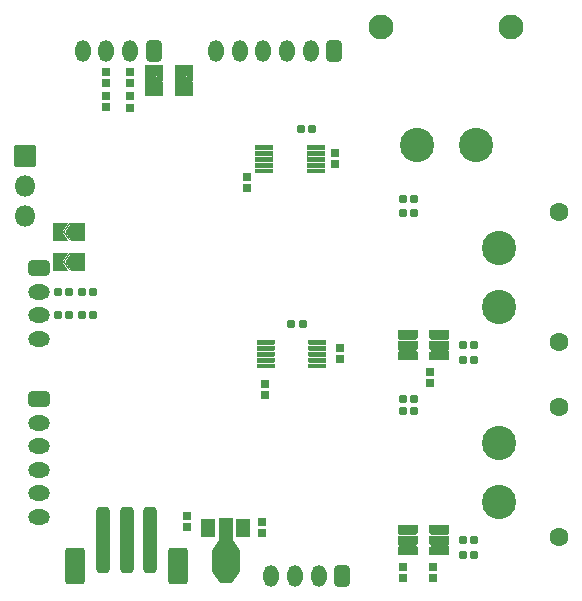
<source format=gbs>
G04 #@! TF.GenerationSoftware,KiCad,Pcbnew,(6.0.6)*
G04 #@! TF.CreationDate,2022-09-05T23:03:06+09:00*
G04 #@! TF.ProjectId,RP_MD,52505f4d-442e-46b6-9963-61645f706362,rev?*
G04 #@! TF.SameCoordinates,Original*
G04 #@! TF.FileFunction,Soldermask,Bot*
G04 #@! TF.FilePolarity,Negative*
%FSLAX46Y46*%
G04 Gerber Fmt 4.6, Leading zero omitted, Abs format (unit mm)*
G04 Created by KiCad (PCBNEW (6.0.6)) date 2022-09-05 23:03:06*
%MOMM*%
%LPD*%
G01*
G04 APERTURE LIST*
G04 Aperture macros list*
%AMRoundRect*
0 Rectangle with rounded corners*
0 $1 Rounding radius*
0 $2 $3 $4 $5 $6 $7 $8 $9 X,Y pos of 4 corners*
0 Add a 4 corners polygon primitive as box body*
4,1,4,$2,$3,$4,$5,$6,$7,$8,$9,$2,$3,0*
0 Add four circle primitives for the rounded corners*
1,1,$1+$1,$2,$3*
1,1,$1+$1,$4,$5*
1,1,$1+$1,$6,$7*
1,1,$1+$1,$8,$9*
0 Add four rect primitives between the rounded corners*
20,1,$1+$1,$2,$3,$4,$5,0*
20,1,$1+$1,$4,$5,$6,$7,0*
20,1,$1+$1,$6,$7,$8,$9,0*
20,1,$1+$1,$8,$9,$2,$3,0*%
%AMFreePoly0*
4,1,16,0.536062,0.786062,0.542435,0.778290,1.042435,0.028290,1.050010,-0.010002,1.042435,-0.028290,0.542435,-0.778290,0.510002,-0.800010,0.500000,-0.801000,-0.500000,-0.801000,-0.536062,-0.786062,-0.551000,-0.750000,-0.551000,0.750000,-0.536062,0.786062,-0.500000,0.801000,0.500000,0.801000,0.536062,0.786062,0.536062,0.786062,$1*%
%AMFreePoly1*
4,1,16,0.536062,0.786062,0.551000,0.750000,0.551000,-0.750000,0.536062,-0.786062,0.500000,-0.801000,-0.650000,-0.801000,-0.686062,-0.786062,-0.701000,-0.750000,-0.692435,-0.721710,-0.211295,0.000000,-0.692435,0.721710,-0.700010,0.760002,-0.678290,0.792435,-0.650000,0.801000,0.500000,0.801000,0.536062,0.786062,0.536062,0.786062,$1*%
%AMFreePoly2*
4,1,15,1.136062,0.461062,1.151000,0.425000,1.141665,0.395589,0.541665,-0.454411,0.508665,-0.475258,0.500000,-0.476000,-0.500000,-0.476000,-0.536062,-0.461062,-0.541665,-0.454411,-1.141665,0.395589,-1.150258,0.433665,-1.129411,0.466665,-1.100000,0.476000,1.100000,0.476000,1.136062,0.461062,1.136062,0.461062,$1*%
%AMFreePoly3*
4,1,15,1.136062,0.536062,1.151000,0.500000,1.141781,0.470753,0.441781,-0.529247,0.408863,-0.550224,0.400000,-0.551000,-0.400000,-0.551000,-0.436062,-0.536062,-0.441781,-0.529247,-1.141781,0.470753,-1.150224,0.508863,-1.129247,0.541781,-1.100000,0.551000,1.100000,0.551000,1.136062,0.536062,1.136062,0.536062,$1*%
G04 Aperture macros list end*
%ADD10C,1.602000*%
%ADD11C,2.902000*%
%ADD12RoundRect,0.301000X0.350000X0.625000X-0.350000X0.625000X-0.350000X-0.625000X0.350000X-0.625000X0*%
%ADD13O,1.302000X1.852000*%
%ADD14RoundRect,0.051000X-0.850000X-0.850000X0.850000X-0.850000X0.850000X0.850000X-0.850000X0.850000X0*%
%ADD15O,1.802000X1.802000*%
%ADD16RoundRect,0.301000X-0.625000X0.350000X-0.625000X-0.350000X0.625000X-0.350000X0.625000X0.350000X0*%
%ADD17O,1.852000X1.302000*%
%ADD18C,2.102000*%
%ADD19RoundRect,0.198500X0.172500X-0.147500X0.172500X0.147500X-0.172500X0.147500X-0.172500X-0.147500X0*%
%ADD20RoundRect,0.198500X-0.147500X-0.172500X0.147500X-0.172500X0.147500X0.172500X-0.147500X0.172500X0*%
%ADD21RoundRect,0.198500X-0.172500X0.147500X-0.172500X-0.147500X0.172500X-0.147500X0.172500X0.147500X0*%
%ADD22RoundRect,0.198500X0.147500X0.172500X-0.147500X0.172500X-0.147500X-0.172500X0.147500X-0.172500X0*%
%ADD23RoundRect,0.051000X-0.780000X-0.325000X0.780000X-0.325000X0.780000X0.325000X-0.780000X0.325000X0*%
%ADD24FreePoly0,90.000000*%
%ADD25FreePoly1,90.000000*%
%ADD26FreePoly0,180.000000*%
%ADD27FreePoly1,180.000000*%
%ADD28RoundRect,0.051000X0.700000X0.150000X-0.700000X0.150000X-0.700000X-0.150000X0.700000X-0.150000X0*%
%ADD29RoundRect,0.301000X-0.250000X-2.500000X0.250000X-2.500000X0.250000X2.500000X-0.250000X2.500000X0*%
%ADD30RoundRect,0.301000X-0.550000X-1.250000X0.550000X-1.250000X0.550000X1.250000X-0.550000X1.250000X0*%
%ADD31RoundRect,0.051000X-0.500000X-0.750000X0.500000X-0.750000X0.500000X0.750000X-0.500000X0.750000X0*%
%ADD32RoundRect,0.051000X-1.100000X-0.920000X1.100000X-0.920000X1.100000X0.920000X-1.100000X0.920000X0*%
%ADD33RoundRect,0.051000X-0.500000X-0.900000X0.500000X-0.900000X0.500000X0.900000X-0.500000X0.900000X0*%
%ADD34FreePoly2,0.000000*%
%ADD35FreePoly3,180.000000*%
G04 APERTURE END LIST*
D10*
X156210000Y-67525000D03*
X156210000Y-78525000D03*
D11*
X151210000Y-70525000D03*
X151210000Y-75525000D03*
D12*
X121920000Y-53840000D03*
D13*
X119920000Y-53840000D03*
X117920000Y-53840000D03*
X115920000Y-53840000D03*
D10*
X156210000Y-95035000D03*
X156210000Y-84035000D03*
D11*
X151210000Y-87035000D03*
X151210000Y-92035000D03*
D14*
X110998000Y-62738000D03*
D15*
X110998000Y-65278000D03*
X110998000Y-67818000D03*
D16*
X112220000Y-83330000D03*
D17*
X112220000Y-85330000D03*
X112220000Y-87330000D03*
X112220000Y-89330000D03*
X112220000Y-91330000D03*
X112220000Y-93330000D03*
D12*
X137220000Y-53830000D03*
D13*
X135220000Y-53830000D03*
X133220000Y-53830000D03*
X131220000Y-53830000D03*
X129220000Y-53830000D03*
X127220000Y-53830000D03*
D16*
X112230000Y-72240000D03*
D17*
X112230000Y-74240000D03*
X112230000Y-76240000D03*
X112230000Y-78240000D03*
D18*
X152220000Y-51830000D03*
X141220000Y-51830000D03*
D11*
X144220000Y-61830000D03*
X149220000Y-61830000D03*
D12*
X137890000Y-98298000D03*
D13*
X135890000Y-98298000D03*
X133890000Y-98298000D03*
X131890000Y-98298000D03*
D19*
X137287000Y-63477000D03*
X137287000Y-62507000D03*
D20*
X133579000Y-77010000D03*
X134549000Y-77010000D03*
D19*
X137668000Y-79987000D03*
X137668000Y-79017000D03*
D21*
X129794000Y-64539000D03*
X129794000Y-65509000D03*
D22*
X143995000Y-67564000D03*
X143025000Y-67564000D03*
D21*
X131318000Y-82065000D03*
X131318000Y-83035000D03*
D22*
X143995000Y-83312000D03*
X143025000Y-83312000D03*
D20*
X148105000Y-78740000D03*
X149075000Y-78740000D03*
D22*
X149075000Y-96520000D03*
X148105000Y-96520000D03*
D20*
X148105000Y-95250000D03*
X149075000Y-95250000D03*
D23*
X143430000Y-79690000D03*
X143430000Y-78740000D03*
X143430000Y-77790000D03*
X146130000Y-77790000D03*
X146130000Y-78740000D03*
X146130000Y-79690000D03*
X143430000Y-96200000D03*
X143430000Y-95250000D03*
X143430000Y-94300000D03*
X146130000Y-94300000D03*
X146130000Y-95250000D03*
X146130000Y-96200000D03*
D22*
X143972000Y-66421000D03*
X143002000Y-66421000D03*
X149075000Y-80010000D03*
X148105000Y-80010000D03*
D24*
X121920000Y-57105000D03*
D25*
X121920000Y-55655000D03*
D26*
X115495000Y-71700000D03*
D27*
X114045000Y-71700000D03*
D26*
X115495000Y-69160000D03*
D27*
X114045000Y-69160000D03*
D22*
X114762000Y-76200000D03*
X113792000Y-76200000D03*
X114785000Y-74240000D03*
X113815000Y-74240000D03*
D20*
X115847000Y-76200000D03*
X116817000Y-76200000D03*
X115847000Y-74240000D03*
X116817000Y-74240000D03*
D21*
X119888000Y-57704000D03*
X119888000Y-58674000D03*
D19*
X119888000Y-56619000D03*
X119888000Y-55649000D03*
D28*
X135804000Y-78502000D03*
X135804000Y-79002000D03*
X135804000Y-79502000D03*
X135804000Y-80002000D03*
X135804000Y-80502000D03*
X131404000Y-80502000D03*
X131404000Y-80002000D03*
X131404000Y-79502000D03*
X131404000Y-79002000D03*
X131404000Y-78502000D03*
D22*
X143995000Y-84328000D03*
X143025000Y-84328000D03*
D24*
X124460000Y-57105000D03*
D25*
X124460000Y-55655000D03*
D19*
X117856000Y-56619000D03*
X117856000Y-55649000D03*
D21*
X131064000Y-93749000D03*
X131064000Y-94719000D03*
X124714000Y-93241000D03*
X124714000Y-94211000D03*
D20*
X134389000Y-60452000D03*
X135359000Y-60452000D03*
D28*
X135677000Y-61992000D03*
X135677000Y-62492000D03*
X135677000Y-62992000D03*
X135677000Y-63492000D03*
X135677000Y-63992000D03*
X131277000Y-63992000D03*
X131277000Y-63492000D03*
X131277000Y-62992000D03*
X131277000Y-62492000D03*
X131277000Y-61992000D03*
D21*
X117856000Y-57681000D03*
X117856000Y-58651000D03*
D19*
X143002000Y-98529000D03*
X143002000Y-97559000D03*
X145542000Y-98529000D03*
X145542000Y-97559000D03*
D29*
X117634000Y-95258000D03*
X119634000Y-95258000D03*
X121634000Y-95258000D03*
D30*
X115234000Y-97508000D03*
X124034000Y-97508000D03*
D19*
X145288000Y-82019000D03*
X145288000Y-81049000D03*
D31*
X126516000Y-94214500D03*
D32*
X128016000Y-97028000D03*
D33*
X128016000Y-94361000D03*
D34*
X128016000Y-98361500D03*
D35*
X128016000Y-95618300D03*
D31*
X129516000Y-94214500D03*
G36*
X144226668Y-95621665D02*
G01*
X144227058Y-95623627D01*
X144226699Y-95624267D01*
X144183511Y-95675946D01*
X144174880Y-95744661D01*
X144204844Y-95807291D01*
X144225682Y-95825348D01*
X144226336Y-95827238D01*
X144225026Y-95828749D01*
X144223982Y-95828821D01*
X144209801Y-95826000D01*
X142650199Y-95826000D01*
X142635226Y-95828978D01*
X142633332Y-95828335D01*
X142632942Y-95826373D01*
X142633301Y-95825733D01*
X142676489Y-95774054D01*
X142685120Y-95705339D01*
X142655156Y-95642709D01*
X142634318Y-95624652D01*
X142633664Y-95622762D01*
X142634974Y-95621251D01*
X142636018Y-95621179D01*
X142650199Y-95624000D01*
X144209801Y-95624000D01*
X144224774Y-95621022D01*
X144226668Y-95621665D01*
G37*
G36*
X146926668Y-95621665D02*
G01*
X146927058Y-95623627D01*
X146926699Y-95624267D01*
X146883511Y-95675946D01*
X146874880Y-95744661D01*
X146904844Y-95807291D01*
X146925682Y-95825348D01*
X146926336Y-95827238D01*
X146925026Y-95828749D01*
X146923982Y-95828821D01*
X146909801Y-95826000D01*
X145350199Y-95826000D01*
X145335226Y-95828978D01*
X145333332Y-95828335D01*
X145332942Y-95826373D01*
X145333301Y-95825733D01*
X145376489Y-95774054D01*
X145385120Y-95705339D01*
X145355156Y-95642709D01*
X145334318Y-95624652D01*
X145333664Y-95622762D01*
X145334974Y-95621251D01*
X145336018Y-95621179D01*
X145350199Y-95624000D01*
X146909801Y-95624000D01*
X146924774Y-95621022D01*
X146926668Y-95621665D01*
G37*
G36*
X144226668Y-94671665D02*
G01*
X144227058Y-94673627D01*
X144226699Y-94674267D01*
X144183511Y-94725946D01*
X144174880Y-94794661D01*
X144204844Y-94857291D01*
X144225682Y-94875348D01*
X144226336Y-94877238D01*
X144225026Y-94878749D01*
X144223982Y-94878821D01*
X144209801Y-94876000D01*
X142650199Y-94876000D01*
X142635226Y-94878978D01*
X142633332Y-94878335D01*
X142632942Y-94876373D01*
X142633301Y-94875733D01*
X142676489Y-94824054D01*
X142685120Y-94755339D01*
X142655156Y-94692709D01*
X142634318Y-94674652D01*
X142633664Y-94672762D01*
X142634974Y-94671251D01*
X142636018Y-94671179D01*
X142650199Y-94674000D01*
X144209801Y-94674000D01*
X144224774Y-94671022D01*
X144226668Y-94671665D01*
G37*
G36*
X146926668Y-94671665D02*
G01*
X146927058Y-94673627D01*
X146926699Y-94674267D01*
X146883511Y-94725946D01*
X146874880Y-94794661D01*
X146904844Y-94857291D01*
X146925682Y-94875348D01*
X146926336Y-94877238D01*
X146925026Y-94878749D01*
X146923982Y-94878821D01*
X146909801Y-94876000D01*
X145350199Y-94876000D01*
X145335226Y-94878978D01*
X145333332Y-94878335D01*
X145332942Y-94876373D01*
X145333301Y-94875733D01*
X145376489Y-94824054D01*
X145385120Y-94755339D01*
X145355156Y-94692709D01*
X145334318Y-94674652D01*
X145333664Y-94672762D01*
X145334974Y-94671251D01*
X145336018Y-94671179D01*
X145350199Y-94674000D01*
X146909801Y-94674000D01*
X146924774Y-94671022D01*
X146926668Y-94671665D01*
G37*
G36*
X135070075Y-80187084D02*
G01*
X135085263Y-80197233D01*
X135104199Y-80201000D01*
X136503801Y-80201000D01*
X136522738Y-80197233D01*
X136537773Y-80187186D01*
X136539768Y-80187055D01*
X136540880Y-80188718D01*
X136540793Y-80189447D01*
X136521898Y-80249788D01*
X136540955Y-80314690D01*
X136540483Y-80316633D01*
X136538564Y-80317197D01*
X136537925Y-80316916D01*
X136522737Y-80306767D01*
X136503801Y-80303000D01*
X135104199Y-80303000D01*
X135085262Y-80306767D01*
X135070227Y-80316814D01*
X135068232Y-80316945D01*
X135067120Y-80315282D01*
X135067207Y-80314553D01*
X135086102Y-80254212D01*
X135067045Y-80189310D01*
X135067517Y-80187367D01*
X135069436Y-80186803D01*
X135070075Y-80187084D01*
G37*
G36*
X130670075Y-80187084D02*
G01*
X130685263Y-80197233D01*
X130704199Y-80201000D01*
X132103801Y-80201000D01*
X132122738Y-80197233D01*
X132137773Y-80187186D01*
X132139768Y-80187055D01*
X132140880Y-80188718D01*
X132140793Y-80189447D01*
X132121898Y-80249788D01*
X132140955Y-80314690D01*
X132140483Y-80316633D01*
X132138564Y-80317197D01*
X132137925Y-80316916D01*
X132122737Y-80306767D01*
X132103801Y-80303000D01*
X130704199Y-80303000D01*
X130685262Y-80306767D01*
X130670227Y-80316814D01*
X130668232Y-80316945D01*
X130667120Y-80315282D01*
X130667207Y-80314553D01*
X130686102Y-80254212D01*
X130667045Y-80189310D01*
X130667517Y-80187367D01*
X130669436Y-80186803D01*
X130670075Y-80187084D01*
G37*
G36*
X130670075Y-79687084D02*
G01*
X130685263Y-79697233D01*
X130704199Y-79701000D01*
X132103801Y-79701000D01*
X132122738Y-79697233D01*
X132137773Y-79687186D01*
X132139768Y-79687055D01*
X132140880Y-79688718D01*
X132140793Y-79689447D01*
X132121898Y-79749788D01*
X132140955Y-79814690D01*
X132140483Y-79816633D01*
X132138564Y-79817197D01*
X132137925Y-79816916D01*
X132122737Y-79806767D01*
X132103801Y-79803000D01*
X130704199Y-79803000D01*
X130685262Y-79806767D01*
X130670227Y-79816814D01*
X130668232Y-79816945D01*
X130667120Y-79815282D01*
X130667207Y-79814553D01*
X130686102Y-79754212D01*
X130667045Y-79689310D01*
X130667517Y-79687367D01*
X130669436Y-79686803D01*
X130670075Y-79687084D01*
G37*
G36*
X135070075Y-79687084D02*
G01*
X135085263Y-79697233D01*
X135104199Y-79701000D01*
X136503801Y-79701000D01*
X136522738Y-79697233D01*
X136537773Y-79687186D01*
X136539768Y-79687055D01*
X136540880Y-79688718D01*
X136540793Y-79689447D01*
X136521898Y-79749788D01*
X136540955Y-79814690D01*
X136540483Y-79816633D01*
X136538564Y-79817197D01*
X136537925Y-79816916D01*
X136522737Y-79806767D01*
X136503801Y-79803000D01*
X135104199Y-79803000D01*
X135085262Y-79806767D01*
X135070227Y-79816814D01*
X135068232Y-79816945D01*
X135067120Y-79815282D01*
X135067207Y-79814553D01*
X135086102Y-79754212D01*
X135067045Y-79689310D01*
X135067517Y-79687367D01*
X135069436Y-79686803D01*
X135070075Y-79687084D01*
G37*
G36*
X144226668Y-79111665D02*
G01*
X144227058Y-79113627D01*
X144226699Y-79114267D01*
X144183511Y-79165946D01*
X144174880Y-79234661D01*
X144204844Y-79297291D01*
X144225682Y-79315348D01*
X144226336Y-79317238D01*
X144225026Y-79318749D01*
X144223982Y-79318821D01*
X144209801Y-79316000D01*
X142650199Y-79316000D01*
X142635226Y-79318978D01*
X142633332Y-79318335D01*
X142632942Y-79316373D01*
X142633301Y-79315733D01*
X142676489Y-79264054D01*
X142685120Y-79195339D01*
X142655156Y-79132709D01*
X142634318Y-79114652D01*
X142633664Y-79112762D01*
X142634974Y-79111251D01*
X142636018Y-79111179D01*
X142650199Y-79114000D01*
X144209801Y-79114000D01*
X144224774Y-79111022D01*
X144226668Y-79111665D01*
G37*
G36*
X146926668Y-79111665D02*
G01*
X146927058Y-79113627D01*
X146926699Y-79114267D01*
X146883511Y-79165946D01*
X146874880Y-79234661D01*
X146904844Y-79297291D01*
X146925682Y-79315348D01*
X146926336Y-79317238D01*
X146925026Y-79318749D01*
X146923982Y-79318821D01*
X146909801Y-79316000D01*
X145350199Y-79316000D01*
X145335226Y-79318978D01*
X145333332Y-79318335D01*
X145332942Y-79316373D01*
X145333301Y-79315733D01*
X145376489Y-79264054D01*
X145385120Y-79195339D01*
X145355156Y-79132709D01*
X145334318Y-79114652D01*
X145333664Y-79112762D01*
X145334974Y-79111251D01*
X145336018Y-79111179D01*
X145350199Y-79114000D01*
X146909801Y-79114000D01*
X146924774Y-79111022D01*
X146926668Y-79111665D01*
G37*
G36*
X130670075Y-79187084D02*
G01*
X130685263Y-79197233D01*
X130704199Y-79201000D01*
X132103801Y-79201000D01*
X132122738Y-79197233D01*
X132137773Y-79187186D01*
X132139768Y-79187055D01*
X132140880Y-79188718D01*
X132140793Y-79189447D01*
X132121898Y-79249788D01*
X132140955Y-79314690D01*
X132140483Y-79316633D01*
X132138564Y-79317197D01*
X132137925Y-79316916D01*
X132122737Y-79306767D01*
X132103801Y-79303000D01*
X130704199Y-79303000D01*
X130685262Y-79306767D01*
X130670227Y-79316814D01*
X130668232Y-79316945D01*
X130667120Y-79315282D01*
X130667207Y-79314553D01*
X130686102Y-79254212D01*
X130667045Y-79189310D01*
X130667517Y-79187367D01*
X130669436Y-79186803D01*
X130670075Y-79187084D01*
G37*
G36*
X135070075Y-79187084D02*
G01*
X135085263Y-79197233D01*
X135104199Y-79201000D01*
X136503801Y-79201000D01*
X136522738Y-79197233D01*
X136537773Y-79187186D01*
X136539768Y-79187055D01*
X136540880Y-79188718D01*
X136540793Y-79189447D01*
X136521898Y-79249788D01*
X136540955Y-79314690D01*
X136540483Y-79316633D01*
X136538564Y-79317197D01*
X136537925Y-79316916D01*
X136522737Y-79306767D01*
X136503801Y-79303000D01*
X135104199Y-79303000D01*
X135085262Y-79306767D01*
X135070227Y-79316814D01*
X135068232Y-79316945D01*
X135067120Y-79315282D01*
X135067207Y-79314553D01*
X135086102Y-79254212D01*
X135067045Y-79189310D01*
X135067517Y-79187367D01*
X135069436Y-79186803D01*
X135070075Y-79187084D01*
G37*
G36*
X130670075Y-78687084D02*
G01*
X130685263Y-78697233D01*
X130704199Y-78701000D01*
X132103801Y-78701000D01*
X132122738Y-78697233D01*
X132137773Y-78687186D01*
X132139768Y-78687055D01*
X132140880Y-78688718D01*
X132140793Y-78689447D01*
X132121898Y-78749788D01*
X132140955Y-78814690D01*
X132140483Y-78816633D01*
X132138564Y-78817197D01*
X132137925Y-78816916D01*
X132122737Y-78806767D01*
X132103801Y-78803000D01*
X130704199Y-78803000D01*
X130685262Y-78806767D01*
X130670227Y-78816814D01*
X130668232Y-78816945D01*
X130667120Y-78815282D01*
X130667207Y-78814553D01*
X130686102Y-78754212D01*
X130667045Y-78689310D01*
X130667517Y-78687367D01*
X130669436Y-78686803D01*
X130670075Y-78687084D01*
G37*
G36*
X135070075Y-78687084D02*
G01*
X135085263Y-78697233D01*
X135104199Y-78701000D01*
X136503801Y-78701000D01*
X136522738Y-78697233D01*
X136537773Y-78687186D01*
X136539768Y-78687055D01*
X136540880Y-78688718D01*
X136540793Y-78689447D01*
X136521898Y-78749788D01*
X136540955Y-78814690D01*
X136540483Y-78816633D01*
X136538564Y-78817197D01*
X136537925Y-78816916D01*
X136522737Y-78806767D01*
X136503801Y-78803000D01*
X135104199Y-78803000D01*
X135085262Y-78806767D01*
X135070227Y-78816814D01*
X135068232Y-78816945D01*
X135067120Y-78815282D01*
X135067207Y-78814553D01*
X135086102Y-78754212D01*
X135067045Y-78689310D01*
X135067517Y-78687367D01*
X135069436Y-78686803D01*
X135070075Y-78687084D01*
G37*
G36*
X146926668Y-78161665D02*
G01*
X146927058Y-78163627D01*
X146926699Y-78164267D01*
X146883511Y-78215946D01*
X146874880Y-78284661D01*
X146904844Y-78347291D01*
X146925682Y-78365348D01*
X146926336Y-78367238D01*
X146925026Y-78368749D01*
X146923982Y-78368821D01*
X146909801Y-78366000D01*
X145350199Y-78366000D01*
X145335226Y-78368978D01*
X145333332Y-78368335D01*
X145332942Y-78366373D01*
X145333301Y-78365733D01*
X145376489Y-78314054D01*
X145385120Y-78245339D01*
X145355156Y-78182709D01*
X145334318Y-78164652D01*
X145333664Y-78162762D01*
X145334974Y-78161251D01*
X145336018Y-78161179D01*
X145350199Y-78164000D01*
X146909801Y-78164000D01*
X146924774Y-78161022D01*
X146926668Y-78161665D01*
G37*
G36*
X144226668Y-78161665D02*
G01*
X144227058Y-78163627D01*
X144226699Y-78164267D01*
X144183511Y-78215946D01*
X144174880Y-78284661D01*
X144204844Y-78347291D01*
X144225682Y-78365348D01*
X144226336Y-78367238D01*
X144225026Y-78368749D01*
X144223982Y-78368821D01*
X144209801Y-78366000D01*
X142650199Y-78366000D01*
X142635226Y-78368978D01*
X142633332Y-78368335D01*
X142632942Y-78366373D01*
X142633301Y-78365733D01*
X142676489Y-78314054D01*
X142685120Y-78245339D01*
X142655156Y-78182709D01*
X142634318Y-78164652D01*
X142633664Y-78162762D01*
X142634974Y-78161251D01*
X142636018Y-78161179D01*
X142650199Y-78164000D01*
X144209801Y-78164000D01*
X144224774Y-78161022D01*
X144226668Y-78161665D01*
G37*
G36*
X114947664Y-70931440D02*
G01*
X114947397Y-70933068D01*
X114454339Y-71672655D01*
X114446990Y-71690397D01*
X114446970Y-71709501D01*
X114454340Y-71727347D01*
X114949798Y-72470534D01*
X114949927Y-72472529D01*
X114948263Y-72473639D01*
X114946850Y-72473177D01*
X114946113Y-72472560D01*
X114945850Y-72472294D01*
X114944452Y-72470589D01*
X114944021Y-72470660D01*
X114943442Y-72470321D01*
X114893309Y-72428329D01*
X114824600Y-72419621D01*
X114762030Y-72449471D01*
X114753062Y-72462115D01*
X114752844Y-72462374D01*
X114741196Y-72473998D01*
X114739263Y-72474513D01*
X114737851Y-72473098D01*
X114737936Y-72471815D01*
X114743010Y-72459602D01*
X114743030Y-72440499D01*
X114735660Y-72422653D01*
X114254631Y-71701109D01*
X114254502Y-71699114D01*
X114254631Y-71698891D01*
X114735717Y-70977263D01*
X114740213Y-70968838D01*
X114743960Y-70950000D01*
X114740702Y-70933619D01*
X114741345Y-70931725D01*
X114743307Y-70931335D01*
X114743947Y-70931694D01*
X114793919Y-70973455D01*
X114862635Y-70982086D01*
X114925265Y-70952121D01*
X114941421Y-70933455D01*
X114941518Y-70933351D01*
X114944318Y-70930546D01*
X114946249Y-70930027D01*
X114947664Y-70931440D01*
G37*
G36*
X114947664Y-68391440D02*
G01*
X114947397Y-68393068D01*
X114454339Y-69132655D01*
X114446990Y-69150397D01*
X114446970Y-69169501D01*
X114454340Y-69187347D01*
X114949798Y-69930534D01*
X114949927Y-69932529D01*
X114948263Y-69933639D01*
X114946850Y-69933177D01*
X114946113Y-69932560D01*
X114945850Y-69932294D01*
X114944452Y-69930589D01*
X114944021Y-69930660D01*
X114943442Y-69930321D01*
X114893309Y-69888329D01*
X114824600Y-69879621D01*
X114762030Y-69909471D01*
X114753062Y-69922115D01*
X114752844Y-69922374D01*
X114741196Y-69933998D01*
X114739263Y-69934513D01*
X114737851Y-69933098D01*
X114737936Y-69931815D01*
X114743010Y-69919602D01*
X114743030Y-69900499D01*
X114735660Y-69882653D01*
X114254631Y-69161109D01*
X114254502Y-69159114D01*
X114254631Y-69158891D01*
X114735717Y-68437263D01*
X114740213Y-68428838D01*
X114743960Y-68410000D01*
X114740702Y-68393619D01*
X114741345Y-68391725D01*
X114743307Y-68391335D01*
X114743947Y-68391694D01*
X114793919Y-68433455D01*
X114862635Y-68442086D01*
X114925265Y-68412121D01*
X114941421Y-68393455D01*
X114941518Y-68393351D01*
X114944318Y-68390546D01*
X114946249Y-68390027D01*
X114947664Y-68391440D01*
G37*
G36*
X130543075Y-63677084D02*
G01*
X130558263Y-63687233D01*
X130577199Y-63691000D01*
X131976801Y-63691000D01*
X131995738Y-63687233D01*
X132010773Y-63677186D01*
X132012768Y-63677055D01*
X132013880Y-63678718D01*
X132013793Y-63679447D01*
X131994898Y-63739788D01*
X132013955Y-63804690D01*
X132013483Y-63806633D01*
X132011564Y-63807197D01*
X132010925Y-63806916D01*
X131995737Y-63796767D01*
X131976801Y-63793000D01*
X130577199Y-63793000D01*
X130558262Y-63796767D01*
X130543227Y-63806814D01*
X130541232Y-63806945D01*
X130540120Y-63805282D01*
X130540207Y-63804553D01*
X130559102Y-63744212D01*
X130540045Y-63679310D01*
X130540517Y-63677367D01*
X130542436Y-63676803D01*
X130543075Y-63677084D01*
G37*
G36*
X134943075Y-63677084D02*
G01*
X134958263Y-63687233D01*
X134977199Y-63691000D01*
X136376801Y-63691000D01*
X136395738Y-63687233D01*
X136410773Y-63677186D01*
X136412768Y-63677055D01*
X136413880Y-63678718D01*
X136413793Y-63679447D01*
X136394898Y-63739788D01*
X136413955Y-63804690D01*
X136413483Y-63806633D01*
X136411564Y-63807197D01*
X136410925Y-63806916D01*
X136395737Y-63796767D01*
X136376801Y-63793000D01*
X134977199Y-63793000D01*
X134958262Y-63796767D01*
X134943227Y-63806814D01*
X134941232Y-63806945D01*
X134940120Y-63805282D01*
X134940207Y-63804553D01*
X134959102Y-63744212D01*
X134940045Y-63679310D01*
X134940517Y-63677367D01*
X134942436Y-63676803D01*
X134943075Y-63677084D01*
G37*
G36*
X130543075Y-63177084D02*
G01*
X130558263Y-63187233D01*
X130577199Y-63191000D01*
X131976801Y-63191000D01*
X131995738Y-63187233D01*
X132010773Y-63177186D01*
X132012768Y-63177055D01*
X132013880Y-63178718D01*
X132013793Y-63179447D01*
X131994898Y-63239788D01*
X132013955Y-63304690D01*
X132013483Y-63306633D01*
X132011564Y-63307197D01*
X132010925Y-63306916D01*
X131995737Y-63296767D01*
X131976801Y-63293000D01*
X130577199Y-63293000D01*
X130558262Y-63296767D01*
X130543227Y-63306814D01*
X130541232Y-63306945D01*
X130540120Y-63305282D01*
X130540207Y-63304553D01*
X130559102Y-63244212D01*
X130540045Y-63179310D01*
X130540517Y-63177367D01*
X130542436Y-63176803D01*
X130543075Y-63177084D01*
G37*
G36*
X134943075Y-63177084D02*
G01*
X134958263Y-63187233D01*
X134977199Y-63191000D01*
X136376801Y-63191000D01*
X136395738Y-63187233D01*
X136410773Y-63177186D01*
X136412768Y-63177055D01*
X136413880Y-63178718D01*
X136413793Y-63179447D01*
X136394898Y-63239788D01*
X136413955Y-63304690D01*
X136413483Y-63306633D01*
X136411564Y-63307197D01*
X136410925Y-63306916D01*
X136395737Y-63296767D01*
X136376801Y-63293000D01*
X134977199Y-63293000D01*
X134958262Y-63296767D01*
X134943227Y-63306814D01*
X134941232Y-63306945D01*
X134940120Y-63305282D01*
X134940207Y-63304553D01*
X134959102Y-63244212D01*
X134940045Y-63179310D01*
X134940517Y-63177367D01*
X134942436Y-63176803D01*
X134943075Y-63177084D01*
G37*
G36*
X130543075Y-62677084D02*
G01*
X130558263Y-62687233D01*
X130577199Y-62691000D01*
X131976801Y-62691000D01*
X131995738Y-62687233D01*
X132010773Y-62677186D01*
X132012768Y-62677055D01*
X132013880Y-62678718D01*
X132013793Y-62679447D01*
X131994898Y-62739788D01*
X132013955Y-62804690D01*
X132013483Y-62806633D01*
X132011564Y-62807197D01*
X132010925Y-62806916D01*
X131995737Y-62796767D01*
X131976801Y-62793000D01*
X130577199Y-62793000D01*
X130558262Y-62796767D01*
X130543227Y-62806814D01*
X130541232Y-62806945D01*
X130540120Y-62805282D01*
X130540207Y-62804553D01*
X130559102Y-62744212D01*
X130540045Y-62679310D01*
X130540517Y-62677367D01*
X130542436Y-62676803D01*
X130543075Y-62677084D01*
G37*
G36*
X134943075Y-62677084D02*
G01*
X134958263Y-62687233D01*
X134977199Y-62691000D01*
X136376801Y-62691000D01*
X136395738Y-62687233D01*
X136410773Y-62677186D01*
X136412768Y-62677055D01*
X136413880Y-62678718D01*
X136413793Y-62679447D01*
X136394898Y-62739788D01*
X136413955Y-62804690D01*
X136413483Y-62806633D01*
X136411564Y-62807197D01*
X136410925Y-62806916D01*
X136395737Y-62796767D01*
X136376801Y-62793000D01*
X134977199Y-62793000D01*
X134958262Y-62796767D01*
X134943227Y-62806814D01*
X134941232Y-62806945D01*
X134940120Y-62805282D01*
X134940207Y-62804553D01*
X134959102Y-62744212D01*
X134940045Y-62679310D01*
X134940517Y-62677367D01*
X134942436Y-62676803D01*
X134943075Y-62677084D01*
G37*
G36*
X130543075Y-62177084D02*
G01*
X130558263Y-62187233D01*
X130577199Y-62191000D01*
X131976801Y-62191000D01*
X131995738Y-62187233D01*
X132010773Y-62177186D01*
X132012768Y-62177055D01*
X132013880Y-62178718D01*
X132013793Y-62179447D01*
X131994898Y-62239788D01*
X132013955Y-62304690D01*
X132013483Y-62306633D01*
X132011564Y-62307197D01*
X132010925Y-62306916D01*
X131995737Y-62296767D01*
X131976801Y-62293000D01*
X130577199Y-62293000D01*
X130558262Y-62296767D01*
X130543227Y-62306814D01*
X130541232Y-62306945D01*
X130540120Y-62305282D01*
X130540207Y-62304553D01*
X130559102Y-62244212D01*
X130540045Y-62179310D01*
X130540517Y-62177367D01*
X130542436Y-62176803D01*
X130543075Y-62177084D01*
G37*
G36*
X134943075Y-62177084D02*
G01*
X134958263Y-62187233D01*
X134977199Y-62191000D01*
X136376801Y-62191000D01*
X136395738Y-62187233D01*
X136410773Y-62177186D01*
X136412768Y-62177055D01*
X136413880Y-62178718D01*
X136413793Y-62179447D01*
X136394898Y-62239788D01*
X136413955Y-62304690D01*
X136413483Y-62306633D01*
X136411564Y-62307197D01*
X136410925Y-62306916D01*
X136395737Y-62296767D01*
X136376801Y-62293000D01*
X134977199Y-62293000D01*
X134958262Y-62296767D01*
X134943227Y-62306814D01*
X134941232Y-62306945D01*
X134940120Y-62305282D01*
X134940207Y-62304553D01*
X134959102Y-62244212D01*
X134940045Y-62179310D01*
X134940517Y-62177367D01*
X134942436Y-62176803D01*
X134943075Y-62177084D01*
G37*
G36*
X124461109Y-55864631D02*
G01*
X125182737Y-56345717D01*
X125191162Y-56350213D01*
X125210000Y-56353960D01*
X125226381Y-56350702D01*
X125228275Y-56351345D01*
X125228665Y-56353307D01*
X125228306Y-56353947D01*
X125186545Y-56403919D01*
X125177914Y-56472635D01*
X125207879Y-56535265D01*
X125226545Y-56551421D01*
X125226649Y-56551518D01*
X125229454Y-56554318D01*
X125229973Y-56556249D01*
X125228560Y-56557664D01*
X125226932Y-56557397D01*
X124487345Y-56064339D01*
X124469603Y-56056990D01*
X124450499Y-56056970D01*
X124432653Y-56064340D01*
X123689466Y-56559798D01*
X123687471Y-56559927D01*
X123686361Y-56558263D01*
X123686823Y-56556850D01*
X123687440Y-56556113D01*
X123687706Y-56555850D01*
X123689411Y-56554452D01*
X123689340Y-56554021D01*
X123689679Y-56553442D01*
X123731671Y-56503309D01*
X123740379Y-56434600D01*
X123710529Y-56372030D01*
X123697885Y-56363062D01*
X123697626Y-56362844D01*
X123686002Y-56351196D01*
X123685487Y-56349263D01*
X123686902Y-56347851D01*
X123688185Y-56347936D01*
X123700398Y-56353010D01*
X123719501Y-56353030D01*
X123737347Y-56345660D01*
X124458891Y-55864631D01*
X124460886Y-55864502D01*
X124461109Y-55864631D01*
G37*
G36*
X121921109Y-55864631D02*
G01*
X122642737Y-56345717D01*
X122651162Y-56350213D01*
X122670000Y-56353960D01*
X122686381Y-56350702D01*
X122688275Y-56351345D01*
X122688665Y-56353307D01*
X122688306Y-56353947D01*
X122646545Y-56403919D01*
X122637914Y-56472635D01*
X122667879Y-56535265D01*
X122686545Y-56551421D01*
X122686649Y-56551518D01*
X122689454Y-56554318D01*
X122689973Y-56556249D01*
X122688560Y-56557664D01*
X122686932Y-56557397D01*
X121947345Y-56064339D01*
X121929603Y-56056990D01*
X121910499Y-56056970D01*
X121892653Y-56064340D01*
X121149466Y-56559798D01*
X121147471Y-56559927D01*
X121146361Y-56558263D01*
X121146823Y-56556850D01*
X121147440Y-56556113D01*
X121147706Y-56555850D01*
X121149411Y-56554452D01*
X121149340Y-56554021D01*
X121149679Y-56553442D01*
X121191671Y-56503309D01*
X121200379Y-56434600D01*
X121170529Y-56372030D01*
X121157885Y-56363062D01*
X121157626Y-56362844D01*
X121146002Y-56351196D01*
X121145487Y-56349263D01*
X121146902Y-56347851D01*
X121148185Y-56347936D01*
X121160398Y-56353010D01*
X121179501Y-56353030D01*
X121197347Y-56345660D01*
X121918891Y-55864631D01*
X121920886Y-55864502D01*
X121921109Y-55864631D01*
G37*
M02*

</source>
